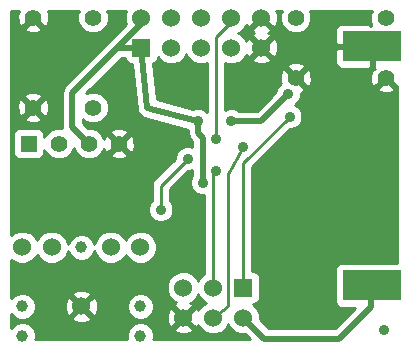
<source format=gbl>
G04 (created by PCBNEW (2013-04-19 BZR 4011)-stable) date 6/24/2013 11:27:29 PM*
%MOIN*%
G04 Gerber Fmt 3.4, Leading zero omitted, Abs format*
%FSLAX34Y34*%
G01*
G70*
G90*
G04 APERTURE LIST*
%ADD10C,0.006*%
%ADD11R,0.055X0.055*%
%ADD12C,0.055*%
%ADD13R,0.06X0.06*%
%ADD14C,0.06*%
%ADD15C,0.0393701*%
%ADD16R,0.19685X0.0984252*%
%ADD17C,0.035*%
%ADD18C,0.01*%
%ADD19C,0.02*%
G04 APERTURE END LIST*
G54D10*
G54D11*
X71850Y-42700D03*
G54D12*
X72850Y-42700D03*
X73850Y-42700D03*
X74850Y-42700D03*
G54D13*
X75600Y-39500D03*
G54D14*
X75600Y-38500D03*
X76600Y-39500D03*
X76600Y-38500D03*
X77600Y-39500D03*
X77600Y-38500D03*
X78600Y-39500D03*
X78600Y-38500D03*
X79600Y-39500D03*
X79600Y-38500D03*
G54D13*
X79000Y-47500D03*
G54D14*
X79000Y-48500D03*
X78000Y-47500D03*
X78000Y-48500D03*
X77000Y-47500D03*
X77000Y-48500D03*
G54D12*
X72000Y-38500D03*
X74000Y-38500D03*
X72000Y-41500D03*
X74000Y-41500D03*
G54D14*
X71631Y-46153D03*
X72615Y-46153D03*
X74584Y-46153D03*
X75568Y-46153D03*
X73600Y-48122D03*
G54D15*
X71631Y-48122D03*
X75568Y-48122D03*
X75568Y-49106D03*
X71631Y-49106D03*
X73600Y-46153D03*
G54D12*
X80750Y-40500D03*
X80750Y-38500D03*
X83750Y-40500D03*
X83750Y-38500D03*
G54D16*
X83300Y-47429D03*
X83300Y-39456D03*
G54D17*
X78100Y-42550D03*
X80550Y-41800D03*
X79000Y-42800D03*
X76250Y-44900D03*
X77150Y-43200D03*
X78100Y-43600D03*
X81700Y-48500D03*
X81700Y-47100D03*
X83700Y-48900D03*
X83300Y-42900D03*
X83200Y-44600D03*
X82400Y-45900D03*
X77200Y-46200D03*
X74900Y-41600D03*
X71500Y-43700D03*
X77600Y-40300D03*
X76500Y-41000D03*
X77650Y-44000D03*
X77500Y-41950D03*
X80500Y-41050D03*
X78600Y-41950D03*
G54D18*
X78600Y-38500D02*
X78600Y-38650D01*
X78100Y-39150D02*
X78100Y-42550D01*
X78600Y-38650D02*
X78100Y-39150D01*
X79000Y-43350D02*
X79000Y-47500D01*
X80550Y-41800D02*
X79000Y-43350D01*
X78000Y-48500D02*
X78500Y-48100D01*
X78500Y-43700D02*
X79000Y-42800D01*
X78500Y-48100D02*
X78500Y-43700D01*
X76250Y-44900D02*
X76250Y-44100D01*
X76250Y-44100D02*
X77150Y-43200D01*
X78000Y-43700D02*
X78000Y-47500D01*
X78100Y-43600D02*
X78000Y-43700D01*
X81700Y-48500D02*
X81700Y-47100D01*
X83200Y-45100D02*
X83200Y-44600D01*
X82400Y-45900D02*
X83200Y-45100D01*
X72000Y-41500D02*
X71300Y-42200D01*
X71300Y-43500D02*
X71500Y-43700D01*
X71300Y-42200D02*
X71300Y-43500D01*
X77200Y-40300D02*
X77600Y-40300D01*
X76500Y-41000D02*
X77200Y-40300D01*
G54D19*
X83259Y-47424D02*
X83259Y-48140D01*
X79700Y-49200D02*
X79000Y-48500D01*
X82200Y-49200D02*
X79700Y-49200D01*
X83259Y-48140D02*
X82200Y-49200D01*
X77500Y-42350D02*
X77500Y-41950D01*
X77650Y-42500D02*
X77500Y-42350D01*
X77650Y-44000D02*
X77650Y-42500D01*
X75600Y-39500D02*
X75800Y-41500D01*
X75800Y-41500D02*
X77450Y-41950D01*
X77450Y-41950D02*
X77500Y-41950D01*
X80500Y-41050D02*
X79600Y-41950D01*
X79600Y-41950D02*
X78600Y-41950D01*
X75600Y-38500D02*
X75600Y-38700D01*
X75600Y-38700D02*
X74800Y-39500D01*
X73850Y-42700D02*
X73300Y-42150D01*
X73300Y-42150D02*
X73300Y-41000D01*
X73300Y-41000D02*
X74800Y-39500D01*
X74800Y-39500D02*
X75600Y-39500D01*
G54D10*
G36*
X77800Y-41648D02*
X77741Y-41589D01*
X77584Y-41525D01*
X77415Y-41524D01*
X77336Y-41557D01*
X76123Y-41225D01*
X76004Y-40027D01*
X76041Y-40012D01*
X76111Y-39941D01*
X76149Y-39849D01*
X76149Y-39827D01*
X76288Y-39965D01*
X76490Y-40049D01*
X76708Y-40050D01*
X76911Y-39966D01*
X77065Y-39811D01*
X77099Y-39730D01*
X77133Y-39811D01*
X77288Y-39965D01*
X77490Y-40049D01*
X77708Y-40050D01*
X77800Y-40012D01*
X77800Y-41648D01*
X77800Y-41648D01*
G37*
G54D18*
X77800Y-41648D02*
X77741Y-41589D01*
X77584Y-41525D01*
X77415Y-41524D01*
X77336Y-41557D01*
X76123Y-41225D01*
X76004Y-40027D01*
X76041Y-40012D01*
X76111Y-39941D01*
X76149Y-39849D01*
X76149Y-39827D01*
X76288Y-39965D01*
X76490Y-40049D01*
X76708Y-40050D01*
X76911Y-39966D01*
X77065Y-39811D01*
X77099Y-39730D01*
X77133Y-39811D01*
X77288Y-39965D01*
X77490Y-40049D01*
X77708Y-40050D01*
X77800Y-40012D01*
X77800Y-41648D01*
G54D10*
G36*
X79235Y-49230D02*
X77315Y-49230D01*
X77315Y-48885D01*
X77000Y-48570D01*
X76929Y-48641D01*
X76929Y-48500D01*
X76614Y-48184D01*
X76518Y-48212D01*
X76445Y-48418D01*
X76456Y-48636D01*
X76518Y-48787D01*
X76614Y-48815D01*
X76929Y-48500D01*
X76929Y-48641D01*
X76684Y-48885D01*
X76712Y-48981D01*
X76918Y-49054D01*
X77136Y-49043D01*
X77287Y-48981D01*
X77315Y-48885D01*
X77315Y-49230D01*
X76000Y-49230D01*
X76015Y-49195D01*
X76015Y-49017D01*
X76015Y-48033D01*
X75947Y-47869D01*
X75821Y-47743D01*
X75657Y-47675D01*
X75480Y-47675D01*
X75315Y-47743D01*
X75189Y-47868D01*
X75121Y-48032D01*
X75121Y-48210D01*
X75189Y-48374D01*
X75315Y-48500D01*
X75479Y-48568D01*
X75656Y-48568D01*
X75821Y-48501D01*
X75947Y-48375D01*
X76015Y-48211D01*
X76015Y-48033D01*
X76015Y-49017D01*
X75947Y-48853D01*
X75821Y-48727D01*
X75657Y-48659D01*
X75480Y-48659D01*
X75315Y-48727D01*
X75189Y-48852D01*
X75121Y-49017D01*
X75121Y-49194D01*
X75136Y-49230D01*
X74154Y-49230D01*
X74154Y-48203D01*
X74143Y-47985D01*
X74081Y-47834D01*
X73985Y-47806D01*
X73915Y-47877D01*
X73915Y-47736D01*
X73887Y-47640D01*
X73681Y-47567D01*
X73463Y-47578D01*
X73312Y-47640D01*
X73284Y-47736D01*
X73600Y-48051D01*
X73915Y-47736D01*
X73915Y-47877D01*
X73670Y-48122D01*
X73985Y-48437D01*
X74081Y-48409D01*
X74154Y-48203D01*
X74154Y-49230D01*
X73915Y-49230D01*
X73915Y-48507D01*
X73600Y-48192D01*
X73529Y-48263D01*
X73529Y-48122D01*
X73214Y-47806D01*
X73118Y-47834D01*
X73045Y-48040D01*
X73056Y-48258D01*
X73118Y-48409D01*
X73214Y-48437D01*
X73529Y-48122D01*
X73529Y-48263D01*
X73284Y-48507D01*
X73312Y-48603D01*
X73518Y-48676D01*
X73736Y-48665D01*
X73887Y-48603D01*
X73915Y-48507D01*
X73915Y-49230D01*
X72063Y-49230D01*
X72078Y-49195D01*
X72078Y-49017D01*
X72010Y-48853D01*
X71884Y-48727D01*
X71720Y-48659D01*
X71543Y-48659D01*
X71378Y-48727D01*
X71269Y-48836D01*
X71269Y-48392D01*
X71378Y-48500D01*
X71542Y-48568D01*
X71719Y-48568D01*
X71884Y-48501D01*
X72010Y-48375D01*
X72078Y-48211D01*
X72078Y-48033D01*
X72010Y-47869D01*
X71884Y-47743D01*
X71720Y-47675D01*
X71543Y-47675D01*
X71378Y-47743D01*
X71269Y-47851D01*
X71269Y-46569D01*
X71319Y-46619D01*
X71521Y-46703D01*
X71740Y-46703D01*
X71942Y-46620D01*
X72097Y-46465D01*
X72123Y-46402D01*
X72149Y-46464D01*
X72303Y-46619D01*
X72505Y-46703D01*
X72724Y-46703D01*
X72926Y-46620D01*
X73081Y-46465D01*
X73163Y-46267D01*
X73220Y-46406D01*
X73346Y-46532D01*
X73510Y-46600D01*
X73688Y-46600D01*
X73852Y-46532D01*
X73978Y-46406D01*
X74036Y-46267D01*
X74117Y-46464D01*
X74272Y-46619D01*
X74474Y-46703D01*
X74693Y-46703D01*
X74895Y-46620D01*
X75050Y-46465D01*
X75076Y-46402D01*
X75101Y-46464D01*
X75256Y-46619D01*
X75458Y-46703D01*
X75677Y-46703D01*
X75879Y-46620D01*
X76034Y-46465D01*
X76118Y-46263D01*
X76118Y-46044D01*
X76035Y-45842D01*
X75880Y-45687D01*
X75678Y-45603D01*
X75459Y-45603D01*
X75379Y-45636D01*
X75379Y-42775D01*
X75368Y-42567D01*
X75310Y-42427D01*
X75217Y-42402D01*
X75147Y-42473D01*
X75147Y-42332D01*
X75122Y-42239D01*
X74925Y-42170D01*
X74717Y-42181D01*
X74577Y-42239D01*
X74552Y-42332D01*
X74850Y-42629D01*
X75147Y-42332D01*
X75147Y-42473D01*
X74920Y-42700D01*
X75217Y-42997D01*
X75310Y-42972D01*
X75379Y-42775D01*
X75379Y-45636D01*
X75257Y-45687D01*
X75147Y-45797D01*
X75147Y-43067D01*
X74850Y-42770D01*
X74552Y-43067D01*
X74577Y-43160D01*
X74774Y-43229D01*
X74982Y-43218D01*
X75122Y-43160D01*
X75147Y-43067D01*
X75147Y-45797D01*
X75102Y-45841D01*
X75076Y-45904D01*
X75050Y-45842D01*
X74896Y-45687D01*
X74694Y-45603D01*
X74475Y-45603D01*
X74273Y-45687D01*
X74118Y-45841D01*
X74036Y-46039D01*
X73979Y-45900D01*
X73853Y-45774D01*
X73689Y-45706D01*
X73511Y-45706D01*
X73347Y-45774D01*
X73221Y-45900D01*
X73163Y-46039D01*
X73082Y-45842D01*
X72927Y-45687D01*
X72725Y-45603D01*
X72506Y-45603D01*
X72304Y-45687D01*
X72149Y-45841D01*
X72123Y-45904D01*
X72098Y-45842D01*
X71943Y-45687D01*
X71741Y-45603D01*
X71522Y-45603D01*
X71320Y-45687D01*
X71269Y-45737D01*
X71269Y-38269D01*
X71524Y-38269D01*
X71470Y-38424D01*
X71481Y-38632D01*
X71539Y-38772D01*
X71632Y-38797D01*
X71929Y-38500D01*
X71923Y-38494D01*
X71994Y-38423D01*
X72000Y-38429D01*
X72005Y-38423D01*
X72076Y-38494D01*
X72070Y-38500D01*
X72367Y-38797D01*
X72460Y-38772D01*
X72529Y-38575D01*
X72518Y-38367D01*
X72478Y-38269D01*
X73527Y-38269D01*
X73475Y-38395D01*
X73474Y-38603D01*
X73554Y-38797D01*
X73702Y-38944D01*
X73895Y-39024D01*
X74103Y-39025D01*
X74297Y-38945D01*
X74444Y-38797D01*
X74524Y-38604D01*
X74525Y-38396D01*
X74472Y-38269D01*
X75100Y-38269D01*
X75050Y-38390D01*
X75049Y-38608D01*
X75092Y-38712D01*
X74552Y-39252D01*
X74552Y-39252D01*
X73052Y-40752D01*
X72976Y-40866D01*
X72950Y-41000D01*
X72950Y-42150D01*
X72955Y-42175D01*
X72954Y-42175D01*
X72746Y-42174D01*
X72553Y-42254D01*
X72529Y-42277D01*
X72529Y-41575D01*
X72518Y-41367D01*
X72460Y-41227D01*
X72367Y-41202D01*
X72297Y-41273D01*
X72297Y-41132D01*
X72297Y-38867D01*
X72000Y-38570D01*
X71702Y-38867D01*
X71727Y-38960D01*
X71924Y-39029D01*
X72132Y-39018D01*
X72272Y-38960D01*
X72297Y-38867D01*
X72297Y-41132D01*
X72272Y-41039D01*
X72075Y-40970D01*
X71867Y-40981D01*
X71727Y-41039D01*
X71702Y-41132D01*
X72000Y-41429D01*
X72297Y-41132D01*
X72297Y-41273D01*
X72070Y-41500D01*
X72367Y-41797D01*
X72460Y-41772D01*
X72529Y-41575D01*
X72529Y-42277D01*
X72405Y-42402D01*
X72375Y-42474D01*
X72375Y-42375D01*
X72337Y-42283D01*
X72297Y-42243D01*
X72297Y-41867D01*
X72000Y-41570D01*
X71929Y-41641D01*
X71929Y-41500D01*
X71632Y-41202D01*
X71539Y-41227D01*
X71470Y-41424D01*
X71481Y-41632D01*
X71539Y-41772D01*
X71632Y-41797D01*
X71929Y-41500D01*
X71929Y-41641D01*
X71702Y-41867D01*
X71727Y-41960D01*
X71924Y-42029D01*
X72132Y-42018D01*
X72272Y-41960D01*
X72297Y-41867D01*
X72297Y-42243D01*
X72266Y-42213D01*
X72174Y-42175D01*
X72075Y-42174D01*
X71525Y-42174D01*
X71433Y-42212D01*
X71363Y-42283D01*
X71325Y-42375D01*
X71324Y-42474D01*
X71324Y-43024D01*
X71362Y-43116D01*
X71433Y-43186D01*
X71525Y-43224D01*
X71624Y-43225D01*
X72174Y-43225D01*
X72266Y-43187D01*
X72336Y-43116D01*
X72374Y-43024D01*
X72375Y-42925D01*
X72375Y-42925D01*
X72404Y-42997D01*
X72552Y-43144D01*
X72745Y-43224D01*
X72953Y-43225D01*
X73147Y-43145D01*
X73294Y-42997D01*
X73350Y-42864D01*
X73404Y-42997D01*
X73552Y-43144D01*
X73745Y-43224D01*
X73953Y-43225D01*
X74147Y-43145D01*
X74294Y-42997D01*
X74347Y-42871D01*
X74389Y-42972D01*
X74482Y-42997D01*
X74779Y-42700D01*
X74482Y-42402D01*
X74389Y-42427D01*
X74350Y-42537D01*
X74295Y-42403D01*
X74147Y-42255D01*
X73954Y-42175D01*
X73819Y-42174D01*
X73650Y-42005D01*
X73650Y-41892D01*
X73702Y-41944D01*
X73895Y-42024D01*
X74103Y-42025D01*
X74297Y-41945D01*
X74444Y-41797D01*
X74524Y-41604D01*
X74525Y-41396D01*
X74445Y-41203D01*
X74297Y-41055D01*
X74104Y-40975D01*
X73896Y-40974D01*
X73766Y-41028D01*
X74944Y-39850D01*
X75050Y-39850D01*
X75087Y-39941D01*
X75158Y-40011D01*
X75250Y-40049D01*
X75303Y-40050D01*
X75451Y-41534D01*
X75453Y-41540D01*
X75452Y-41543D01*
X75468Y-41591D01*
X75491Y-41665D01*
X75494Y-41669D01*
X75495Y-41673D01*
X75530Y-41712D01*
X75577Y-41770D01*
X75582Y-41773D01*
X75585Y-41776D01*
X75635Y-41801D01*
X75698Y-41835D01*
X75703Y-41835D01*
X75707Y-41837D01*
X77150Y-42232D01*
X77150Y-42350D01*
X77176Y-42483D01*
X77252Y-42597D01*
X77300Y-42644D01*
X77300Y-42802D01*
X77234Y-42775D01*
X77065Y-42774D01*
X76909Y-42839D01*
X76789Y-42958D01*
X76725Y-43115D01*
X76724Y-43200D01*
X76037Y-43887D01*
X75972Y-43985D01*
X75950Y-44100D01*
X75950Y-44598D01*
X75889Y-44658D01*
X75825Y-44815D01*
X75824Y-44984D01*
X75889Y-45140D01*
X76008Y-45260D01*
X76165Y-45324D01*
X76334Y-45325D01*
X76490Y-45260D01*
X76610Y-45141D01*
X76674Y-44984D01*
X76675Y-44815D01*
X76610Y-44659D01*
X76550Y-44598D01*
X76550Y-44224D01*
X77149Y-43624D01*
X77234Y-43625D01*
X77300Y-43597D01*
X77300Y-43748D01*
X77289Y-43758D01*
X77225Y-43915D01*
X77224Y-44084D01*
X77289Y-44240D01*
X77408Y-44360D01*
X77565Y-44424D01*
X77700Y-44425D01*
X77700Y-47028D01*
X77688Y-47033D01*
X77534Y-47188D01*
X77500Y-47269D01*
X77466Y-47188D01*
X77311Y-47034D01*
X77109Y-46950D01*
X76891Y-46949D01*
X76688Y-47033D01*
X76534Y-47188D01*
X76450Y-47390D01*
X76449Y-47608D01*
X76533Y-47811D01*
X76688Y-47965D01*
X76763Y-47997D01*
X76712Y-48018D01*
X76684Y-48114D01*
X77000Y-48429D01*
X77315Y-48114D01*
X77287Y-48018D01*
X77232Y-47999D01*
X77311Y-47966D01*
X77465Y-47811D01*
X77499Y-47730D01*
X77533Y-47811D01*
X77688Y-47965D01*
X77769Y-47999D01*
X77688Y-48033D01*
X77534Y-48188D01*
X77502Y-48263D01*
X77481Y-48212D01*
X77385Y-48184D01*
X77070Y-48500D01*
X77385Y-48815D01*
X77481Y-48787D01*
X77500Y-48732D01*
X77533Y-48811D01*
X77688Y-48965D01*
X77890Y-49049D01*
X78108Y-49050D01*
X78311Y-48966D01*
X78465Y-48811D01*
X78499Y-48730D01*
X78533Y-48811D01*
X78688Y-48965D01*
X78890Y-49049D01*
X79055Y-49050D01*
X79235Y-49230D01*
X79235Y-49230D01*
G37*
G54D18*
X79235Y-49230D02*
X77315Y-49230D01*
X77315Y-48885D01*
X77000Y-48570D01*
X76929Y-48641D01*
X76929Y-48500D01*
X76614Y-48184D01*
X76518Y-48212D01*
X76445Y-48418D01*
X76456Y-48636D01*
X76518Y-48787D01*
X76614Y-48815D01*
X76929Y-48500D01*
X76929Y-48641D01*
X76684Y-48885D01*
X76712Y-48981D01*
X76918Y-49054D01*
X77136Y-49043D01*
X77287Y-48981D01*
X77315Y-48885D01*
X77315Y-49230D01*
X76000Y-49230D01*
X76015Y-49195D01*
X76015Y-49017D01*
X76015Y-48033D01*
X75947Y-47869D01*
X75821Y-47743D01*
X75657Y-47675D01*
X75480Y-47675D01*
X75315Y-47743D01*
X75189Y-47868D01*
X75121Y-48032D01*
X75121Y-48210D01*
X75189Y-48374D01*
X75315Y-48500D01*
X75479Y-48568D01*
X75656Y-48568D01*
X75821Y-48501D01*
X75947Y-48375D01*
X76015Y-48211D01*
X76015Y-48033D01*
X76015Y-49017D01*
X75947Y-48853D01*
X75821Y-48727D01*
X75657Y-48659D01*
X75480Y-48659D01*
X75315Y-48727D01*
X75189Y-48852D01*
X75121Y-49017D01*
X75121Y-49194D01*
X75136Y-49230D01*
X74154Y-49230D01*
X74154Y-48203D01*
X74143Y-47985D01*
X74081Y-47834D01*
X73985Y-47806D01*
X73915Y-47877D01*
X73915Y-47736D01*
X73887Y-47640D01*
X73681Y-47567D01*
X73463Y-47578D01*
X73312Y-47640D01*
X73284Y-47736D01*
X73600Y-48051D01*
X73915Y-47736D01*
X73915Y-47877D01*
X73670Y-48122D01*
X73985Y-48437D01*
X74081Y-48409D01*
X74154Y-48203D01*
X74154Y-49230D01*
X73915Y-49230D01*
X73915Y-48507D01*
X73600Y-48192D01*
X73529Y-48263D01*
X73529Y-48122D01*
X73214Y-47806D01*
X73118Y-47834D01*
X73045Y-48040D01*
X73056Y-48258D01*
X73118Y-48409D01*
X73214Y-48437D01*
X73529Y-48122D01*
X73529Y-48263D01*
X73284Y-48507D01*
X73312Y-48603D01*
X73518Y-48676D01*
X73736Y-48665D01*
X73887Y-48603D01*
X73915Y-48507D01*
X73915Y-49230D01*
X72063Y-49230D01*
X72078Y-49195D01*
X72078Y-49017D01*
X72010Y-48853D01*
X71884Y-48727D01*
X71720Y-48659D01*
X71543Y-48659D01*
X71378Y-48727D01*
X71269Y-48836D01*
X71269Y-48392D01*
X71378Y-48500D01*
X71542Y-48568D01*
X71719Y-48568D01*
X71884Y-48501D01*
X72010Y-48375D01*
X72078Y-48211D01*
X72078Y-48033D01*
X72010Y-47869D01*
X71884Y-47743D01*
X71720Y-47675D01*
X71543Y-47675D01*
X71378Y-47743D01*
X71269Y-47851D01*
X71269Y-46569D01*
X71319Y-46619D01*
X71521Y-46703D01*
X71740Y-46703D01*
X71942Y-46620D01*
X72097Y-46465D01*
X72123Y-46402D01*
X72149Y-46464D01*
X72303Y-46619D01*
X72505Y-46703D01*
X72724Y-46703D01*
X72926Y-46620D01*
X73081Y-46465D01*
X73163Y-46267D01*
X73220Y-46406D01*
X73346Y-46532D01*
X73510Y-46600D01*
X73688Y-46600D01*
X73852Y-46532D01*
X73978Y-46406D01*
X74036Y-46267D01*
X74117Y-46464D01*
X74272Y-46619D01*
X74474Y-46703D01*
X74693Y-46703D01*
X74895Y-46620D01*
X75050Y-46465D01*
X75076Y-46402D01*
X75101Y-46464D01*
X75256Y-46619D01*
X75458Y-46703D01*
X75677Y-46703D01*
X75879Y-46620D01*
X76034Y-46465D01*
X76118Y-46263D01*
X76118Y-46044D01*
X76035Y-45842D01*
X75880Y-45687D01*
X75678Y-45603D01*
X75459Y-45603D01*
X75379Y-45636D01*
X75379Y-42775D01*
X75368Y-42567D01*
X75310Y-42427D01*
X75217Y-42402D01*
X75147Y-42473D01*
X75147Y-42332D01*
X75122Y-42239D01*
X74925Y-42170D01*
X74717Y-42181D01*
X74577Y-42239D01*
X74552Y-42332D01*
X74850Y-42629D01*
X75147Y-42332D01*
X75147Y-42473D01*
X74920Y-42700D01*
X75217Y-42997D01*
X75310Y-42972D01*
X75379Y-42775D01*
X75379Y-45636D01*
X75257Y-45687D01*
X75147Y-45797D01*
X75147Y-43067D01*
X74850Y-42770D01*
X74552Y-43067D01*
X74577Y-43160D01*
X74774Y-43229D01*
X74982Y-43218D01*
X75122Y-43160D01*
X75147Y-43067D01*
X75147Y-45797D01*
X75102Y-45841D01*
X75076Y-45904D01*
X75050Y-45842D01*
X74896Y-45687D01*
X74694Y-45603D01*
X74475Y-45603D01*
X74273Y-45687D01*
X74118Y-45841D01*
X74036Y-46039D01*
X73979Y-45900D01*
X73853Y-45774D01*
X73689Y-45706D01*
X73511Y-45706D01*
X73347Y-45774D01*
X73221Y-45900D01*
X73163Y-46039D01*
X73082Y-45842D01*
X72927Y-45687D01*
X72725Y-45603D01*
X72506Y-45603D01*
X72304Y-45687D01*
X72149Y-45841D01*
X72123Y-45904D01*
X72098Y-45842D01*
X71943Y-45687D01*
X71741Y-45603D01*
X71522Y-45603D01*
X71320Y-45687D01*
X71269Y-45737D01*
X71269Y-38269D01*
X71524Y-38269D01*
X71470Y-38424D01*
X71481Y-38632D01*
X71539Y-38772D01*
X71632Y-38797D01*
X71929Y-38500D01*
X71923Y-38494D01*
X71994Y-38423D01*
X72000Y-38429D01*
X72005Y-38423D01*
X72076Y-38494D01*
X72070Y-38500D01*
X72367Y-38797D01*
X72460Y-38772D01*
X72529Y-38575D01*
X72518Y-38367D01*
X72478Y-38269D01*
X73527Y-38269D01*
X73475Y-38395D01*
X73474Y-38603D01*
X73554Y-38797D01*
X73702Y-38944D01*
X73895Y-39024D01*
X74103Y-39025D01*
X74297Y-38945D01*
X74444Y-38797D01*
X74524Y-38604D01*
X74525Y-38396D01*
X74472Y-38269D01*
X75100Y-38269D01*
X75050Y-38390D01*
X75049Y-38608D01*
X75092Y-38712D01*
X74552Y-39252D01*
X74552Y-39252D01*
X73052Y-40752D01*
X72976Y-40866D01*
X72950Y-41000D01*
X72950Y-42150D01*
X72955Y-42175D01*
X72954Y-42175D01*
X72746Y-42174D01*
X72553Y-42254D01*
X72529Y-42277D01*
X72529Y-41575D01*
X72518Y-41367D01*
X72460Y-41227D01*
X72367Y-41202D01*
X72297Y-41273D01*
X72297Y-41132D01*
X72297Y-38867D01*
X72000Y-38570D01*
X71702Y-38867D01*
X71727Y-38960D01*
X71924Y-39029D01*
X72132Y-39018D01*
X72272Y-38960D01*
X72297Y-38867D01*
X72297Y-41132D01*
X72272Y-41039D01*
X72075Y-40970D01*
X71867Y-40981D01*
X71727Y-41039D01*
X71702Y-41132D01*
X72000Y-41429D01*
X72297Y-41132D01*
X72297Y-41273D01*
X72070Y-41500D01*
X72367Y-41797D01*
X72460Y-41772D01*
X72529Y-41575D01*
X72529Y-42277D01*
X72405Y-42402D01*
X72375Y-42474D01*
X72375Y-42375D01*
X72337Y-42283D01*
X72297Y-42243D01*
X72297Y-41867D01*
X72000Y-41570D01*
X71929Y-41641D01*
X71929Y-41500D01*
X71632Y-41202D01*
X71539Y-41227D01*
X71470Y-41424D01*
X71481Y-41632D01*
X71539Y-41772D01*
X71632Y-41797D01*
X71929Y-41500D01*
X71929Y-41641D01*
X71702Y-41867D01*
X71727Y-41960D01*
X71924Y-42029D01*
X72132Y-42018D01*
X72272Y-41960D01*
X72297Y-41867D01*
X72297Y-42243D01*
X72266Y-42213D01*
X72174Y-42175D01*
X72075Y-42174D01*
X71525Y-42174D01*
X71433Y-42212D01*
X71363Y-42283D01*
X71325Y-42375D01*
X71324Y-42474D01*
X71324Y-43024D01*
X71362Y-43116D01*
X71433Y-43186D01*
X71525Y-43224D01*
X71624Y-43225D01*
X72174Y-43225D01*
X72266Y-43187D01*
X72336Y-43116D01*
X72374Y-43024D01*
X72375Y-42925D01*
X72375Y-42925D01*
X72404Y-42997D01*
X72552Y-43144D01*
X72745Y-43224D01*
X72953Y-43225D01*
X73147Y-43145D01*
X73294Y-42997D01*
X73350Y-42864D01*
X73404Y-42997D01*
X73552Y-43144D01*
X73745Y-43224D01*
X73953Y-43225D01*
X74147Y-43145D01*
X74294Y-42997D01*
X74347Y-42871D01*
X74389Y-42972D01*
X74482Y-42997D01*
X74779Y-42700D01*
X74482Y-42402D01*
X74389Y-42427D01*
X74350Y-42537D01*
X74295Y-42403D01*
X74147Y-42255D01*
X73954Y-42175D01*
X73819Y-42174D01*
X73650Y-42005D01*
X73650Y-41892D01*
X73702Y-41944D01*
X73895Y-42024D01*
X74103Y-42025D01*
X74297Y-41945D01*
X74444Y-41797D01*
X74524Y-41604D01*
X74525Y-41396D01*
X74445Y-41203D01*
X74297Y-41055D01*
X74104Y-40975D01*
X73896Y-40974D01*
X73766Y-41028D01*
X74944Y-39850D01*
X75050Y-39850D01*
X75087Y-39941D01*
X75158Y-40011D01*
X75250Y-40049D01*
X75303Y-40050D01*
X75451Y-41534D01*
X75453Y-41540D01*
X75452Y-41543D01*
X75468Y-41591D01*
X75491Y-41665D01*
X75494Y-41669D01*
X75495Y-41673D01*
X75530Y-41712D01*
X75577Y-41770D01*
X75582Y-41773D01*
X75585Y-41776D01*
X75635Y-41801D01*
X75698Y-41835D01*
X75703Y-41835D01*
X75707Y-41837D01*
X77150Y-42232D01*
X77150Y-42350D01*
X77176Y-42483D01*
X77252Y-42597D01*
X77300Y-42644D01*
X77300Y-42802D01*
X77234Y-42775D01*
X77065Y-42774D01*
X76909Y-42839D01*
X76789Y-42958D01*
X76725Y-43115D01*
X76724Y-43200D01*
X76037Y-43887D01*
X75972Y-43985D01*
X75950Y-44100D01*
X75950Y-44598D01*
X75889Y-44658D01*
X75825Y-44815D01*
X75824Y-44984D01*
X75889Y-45140D01*
X76008Y-45260D01*
X76165Y-45324D01*
X76334Y-45325D01*
X76490Y-45260D01*
X76610Y-45141D01*
X76674Y-44984D01*
X76675Y-44815D01*
X76610Y-44659D01*
X76550Y-44598D01*
X76550Y-44224D01*
X77149Y-43624D01*
X77234Y-43625D01*
X77300Y-43597D01*
X77300Y-43748D01*
X77289Y-43758D01*
X77225Y-43915D01*
X77224Y-44084D01*
X77289Y-44240D01*
X77408Y-44360D01*
X77565Y-44424D01*
X77700Y-44425D01*
X77700Y-47028D01*
X77688Y-47033D01*
X77534Y-47188D01*
X77500Y-47269D01*
X77466Y-47188D01*
X77311Y-47034D01*
X77109Y-46950D01*
X76891Y-46949D01*
X76688Y-47033D01*
X76534Y-47188D01*
X76450Y-47390D01*
X76449Y-47608D01*
X76533Y-47811D01*
X76688Y-47965D01*
X76763Y-47997D01*
X76712Y-48018D01*
X76684Y-48114D01*
X77000Y-48429D01*
X77315Y-48114D01*
X77287Y-48018D01*
X77232Y-47999D01*
X77311Y-47966D01*
X77465Y-47811D01*
X77499Y-47730D01*
X77533Y-47811D01*
X77688Y-47965D01*
X77769Y-47999D01*
X77688Y-48033D01*
X77534Y-48188D01*
X77502Y-48263D01*
X77481Y-48212D01*
X77385Y-48184D01*
X77070Y-48500D01*
X77385Y-48815D01*
X77481Y-48787D01*
X77500Y-48732D01*
X77533Y-48811D01*
X77688Y-48965D01*
X77890Y-49049D01*
X78108Y-49050D01*
X78311Y-48966D01*
X78465Y-48811D01*
X78499Y-48730D01*
X78533Y-48811D01*
X78688Y-48965D01*
X78890Y-49049D01*
X79055Y-49050D01*
X79235Y-49230D01*
G54D10*
G36*
X84130Y-46686D02*
X84047Y-46686D01*
X84047Y-40867D01*
X83750Y-40570D01*
X83679Y-40641D01*
X83452Y-40867D01*
X83477Y-40960D01*
X83674Y-41029D01*
X83882Y-41018D01*
X84022Y-40960D01*
X84047Y-40867D01*
X84047Y-46686D01*
X82266Y-46686D01*
X82174Y-46724D01*
X82103Y-46795D01*
X82065Y-46887D01*
X82065Y-46986D01*
X82065Y-47970D01*
X82103Y-48062D01*
X82173Y-48133D01*
X82265Y-48171D01*
X82365Y-48171D01*
X82733Y-48171D01*
X82055Y-48850D01*
X81279Y-48850D01*
X81279Y-40575D01*
X81268Y-40367D01*
X81210Y-40227D01*
X81117Y-40202D01*
X81047Y-40273D01*
X81047Y-40132D01*
X81022Y-40039D01*
X80825Y-39970D01*
X80617Y-39981D01*
X80477Y-40039D01*
X80452Y-40132D01*
X80750Y-40429D01*
X81047Y-40132D01*
X81047Y-40273D01*
X80820Y-40500D01*
X81117Y-40797D01*
X81210Y-40772D01*
X81279Y-40575D01*
X81279Y-48850D01*
X79844Y-48850D01*
X79549Y-48554D01*
X79550Y-48391D01*
X79466Y-48188D01*
X79327Y-48050D01*
X79349Y-48050D01*
X79441Y-48012D01*
X79511Y-47941D01*
X79549Y-47849D01*
X79550Y-47750D01*
X79550Y-47150D01*
X79512Y-47058D01*
X79441Y-46988D01*
X79349Y-46950D01*
X79300Y-46950D01*
X79300Y-43474D01*
X80549Y-42224D01*
X80634Y-42225D01*
X80790Y-42160D01*
X80910Y-42041D01*
X80974Y-41884D01*
X80975Y-41715D01*
X80910Y-41559D01*
X80791Y-41439D01*
X80730Y-41414D01*
X80740Y-41410D01*
X80860Y-41291D01*
X80924Y-41134D01*
X80925Y-41001D01*
X81022Y-40960D01*
X81047Y-40867D01*
X80750Y-40570D01*
X80744Y-40576D01*
X80673Y-40505D01*
X80679Y-40500D01*
X80382Y-40202D01*
X80289Y-40227D01*
X80220Y-40424D01*
X80231Y-40632D01*
X80256Y-40692D01*
X80154Y-40794D01*
X80154Y-39581D01*
X80143Y-39363D01*
X80081Y-39212D01*
X79985Y-39184D01*
X79915Y-39255D01*
X79915Y-39114D01*
X79887Y-39018D01*
X79839Y-39001D01*
X79887Y-38981D01*
X79915Y-38885D01*
X79600Y-38570D01*
X79284Y-38885D01*
X79312Y-38981D01*
X79360Y-38998D01*
X79312Y-39018D01*
X79284Y-39114D01*
X79600Y-39429D01*
X79915Y-39114D01*
X79915Y-39255D01*
X79670Y-39500D01*
X79985Y-39815D01*
X80081Y-39787D01*
X80154Y-39581D01*
X80154Y-40794D01*
X80139Y-40808D01*
X80075Y-40965D01*
X80075Y-40979D01*
X79915Y-41139D01*
X79915Y-39885D01*
X79600Y-39570D01*
X79284Y-39885D01*
X79312Y-39981D01*
X79518Y-40054D01*
X79736Y-40043D01*
X79887Y-39981D01*
X79915Y-39885D01*
X79915Y-41139D01*
X79455Y-41600D01*
X78851Y-41600D01*
X78841Y-41589D01*
X78684Y-41525D01*
X78515Y-41524D01*
X78400Y-41572D01*
X78400Y-40012D01*
X78490Y-40049D01*
X78708Y-40050D01*
X78911Y-39966D01*
X79065Y-39811D01*
X79097Y-39736D01*
X79118Y-39787D01*
X79214Y-39815D01*
X79529Y-39500D01*
X79214Y-39184D01*
X79118Y-39212D01*
X79099Y-39267D01*
X79066Y-39188D01*
X78911Y-39034D01*
X78830Y-39000D01*
X78911Y-38966D01*
X79065Y-38811D01*
X79097Y-38736D01*
X79118Y-38787D01*
X79214Y-38815D01*
X79529Y-38500D01*
X79523Y-38494D01*
X79594Y-38423D01*
X79600Y-38429D01*
X79605Y-38423D01*
X79676Y-38494D01*
X79670Y-38500D01*
X79985Y-38815D01*
X80081Y-38787D01*
X80154Y-38581D01*
X80143Y-38363D01*
X80105Y-38269D01*
X80277Y-38269D01*
X80225Y-38395D01*
X80224Y-38603D01*
X80304Y-38797D01*
X80452Y-38944D01*
X80645Y-39024D01*
X80853Y-39025D01*
X81047Y-38945D01*
X81194Y-38797D01*
X81274Y-38604D01*
X81275Y-38396D01*
X81222Y-38269D01*
X83277Y-38269D01*
X83225Y-38395D01*
X83224Y-38603D01*
X83270Y-38714D01*
X83249Y-38714D01*
X83249Y-38777D01*
X83187Y-38714D01*
X82266Y-38714D01*
X82174Y-38752D01*
X82103Y-38822D01*
X82065Y-38914D01*
X82065Y-39014D01*
X82065Y-39344D01*
X82128Y-39406D01*
X83250Y-39406D01*
X83250Y-39398D01*
X83350Y-39398D01*
X83350Y-39406D01*
X83357Y-39406D01*
X83357Y-39506D01*
X83350Y-39506D01*
X83350Y-40136D01*
X83354Y-40140D01*
X83336Y-40157D01*
X83382Y-40202D01*
X83289Y-40227D01*
X83250Y-40339D01*
X83250Y-40136D01*
X83250Y-39506D01*
X82128Y-39506D01*
X82065Y-39569D01*
X82065Y-39899D01*
X82065Y-39998D01*
X82103Y-40090D01*
X82174Y-40160D01*
X82266Y-40198D01*
X83187Y-40198D01*
X83250Y-40136D01*
X83250Y-40339D01*
X83220Y-40424D01*
X83231Y-40632D01*
X83289Y-40772D01*
X83382Y-40797D01*
X83679Y-40500D01*
X83673Y-40494D01*
X83744Y-40423D01*
X83750Y-40429D01*
X83755Y-40423D01*
X83826Y-40494D01*
X83820Y-40500D01*
X84117Y-40797D01*
X84130Y-40793D01*
X84130Y-46686D01*
X84130Y-46686D01*
G37*
G54D18*
X84130Y-46686D02*
X84047Y-46686D01*
X84047Y-40867D01*
X83750Y-40570D01*
X83679Y-40641D01*
X83452Y-40867D01*
X83477Y-40960D01*
X83674Y-41029D01*
X83882Y-41018D01*
X84022Y-40960D01*
X84047Y-40867D01*
X84047Y-46686D01*
X82266Y-46686D01*
X82174Y-46724D01*
X82103Y-46795D01*
X82065Y-46887D01*
X82065Y-46986D01*
X82065Y-47970D01*
X82103Y-48062D01*
X82173Y-48133D01*
X82265Y-48171D01*
X82365Y-48171D01*
X82733Y-48171D01*
X82055Y-48850D01*
X81279Y-48850D01*
X81279Y-40575D01*
X81268Y-40367D01*
X81210Y-40227D01*
X81117Y-40202D01*
X81047Y-40273D01*
X81047Y-40132D01*
X81022Y-40039D01*
X80825Y-39970D01*
X80617Y-39981D01*
X80477Y-40039D01*
X80452Y-40132D01*
X80750Y-40429D01*
X81047Y-40132D01*
X81047Y-40273D01*
X80820Y-40500D01*
X81117Y-40797D01*
X81210Y-40772D01*
X81279Y-40575D01*
X81279Y-48850D01*
X79844Y-48850D01*
X79549Y-48554D01*
X79550Y-48391D01*
X79466Y-48188D01*
X79327Y-48050D01*
X79349Y-48050D01*
X79441Y-48012D01*
X79511Y-47941D01*
X79549Y-47849D01*
X79550Y-47750D01*
X79550Y-47150D01*
X79512Y-47058D01*
X79441Y-46988D01*
X79349Y-46950D01*
X79300Y-46950D01*
X79300Y-43474D01*
X80549Y-42224D01*
X80634Y-42225D01*
X80790Y-42160D01*
X80910Y-42041D01*
X80974Y-41884D01*
X80975Y-41715D01*
X80910Y-41559D01*
X80791Y-41439D01*
X80730Y-41414D01*
X80740Y-41410D01*
X80860Y-41291D01*
X80924Y-41134D01*
X80925Y-41001D01*
X81022Y-40960D01*
X81047Y-40867D01*
X80750Y-40570D01*
X80744Y-40576D01*
X80673Y-40505D01*
X80679Y-40500D01*
X80382Y-40202D01*
X80289Y-40227D01*
X80220Y-40424D01*
X80231Y-40632D01*
X80256Y-40692D01*
X80154Y-40794D01*
X80154Y-39581D01*
X80143Y-39363D01*
X80081Y-39212D01*
X79985Y-39184D01*
X79915Y-39255D01*
X79915Y-39114D01*
X79887Y-39018D01*
X79839Y-39001D01*
X79887Y-38981D01*
X79915Y-38885D01*
X79600Y-38570D01*
X79284Y-38885D01*
X79312Y-38981D01*
X79360Y-38998D01*
X79312Y-39018D01*
X79284Y-39114D01*
X79600Y-39429D01*
X79915Y-39114D01*
X79915Y-39255D01*
X79670Y-39500D01*
X79985Y-39815D01*
X80081Y-39787D01*
X80154Y-39581D01*
X80154Y-40794D01*
X80139Y-40808D01*
X80075Y-40965D01*
X80075Y-40979D01*
X79915Y-41139D01*
X79915Y-39885D01*
X79600Y-39570D01*
X79284Y-39885D01*
X79312Y-39981D01*
X79518Y-40054D01*
X79736Y-40043D01*
X79887Y-39981D01*
X79915Y-39885D01*
X79915Y-41139D01*
X79455Y-41600D01*
X78851Y-41600D01*
X78841Y-41589D01*
X78684Y-41525D01*
X78515Y-41524D01*
X78400Y-41572D01*
X78400Y-40012D01*
X78490Y-40049D01*
X78708Y-40050D01*
X78911Y-39966D01*
X79065Y-39811D01*
X79097Y-39736D01*
X79118Y-39787D01*
X79214Y-39815D01*
X79529Y-39500D01*
X79214Y-39184D01*
X79118Y-39212D01*
X79099Y-39267D01*
X79066Y-39188D01*
X78911Y-39034D01*
X78830Y-39000D01*
X78911Y-38966D01*
X79065Y-38811D01*
X79097Y-38736D01*
X79118Y-38787D01*
X79214Y-38815D01*
X79529Y-38500D01*
X79523Y-38494D01*
X79594Y-38423D01*
X79600Y-38429D01*
X79605Y-38423D01*
X79676Y-38494D01*
X79670Y-38500D01*
X79985Y-38815D01*
X80081Y-38787D01*
X80154Y-38581D01*
X80143Y-38363D01*
X80105Y-38269D01*
X80277Y-38269D01*
X80225Y-38395D01*
X80224Y-38603D01*
X80304Y-38797D01*
X80452Y-38944D01*
X80645Y-39024D01*
X80853Y-39025D01*
X81047Y-38945D01*
X81194Y-38797D01*
X81274Y-38604D01*
X81275Y-38396D01*
X81222Y-38269D01*
X83277Y-38269D01*
X83225Y-38395D01*
X83224Y-38603D01*
X83270Y-38714D01*
X83249Y-38714D01*
X83249Y-38777D01*
X83187Y-38714D01*
X82266Y-38714D01*
X82174Y-38752D01*
X82103Y-38822D01*
X82065Y-38914D01*
X82065Y-39014D01*
X82065Y-39344D01*
X82128Y-39406D01*
X83250Y-39406D01*
X83250Y-39398D01*
X83350Y-39398D01*
X83350Y-39406D01*
X83357Y-39406D01*
X83357Y-39506D01*
X83350Y-39506D01*
X83350Y-40136D01*
X83354Y-40140D01*
X83336Y-40157D01*
X83382Y-40202D01*
X83289Y-40227D01*
X83250Y-40339D01*
X83250Y-40136D01*
X83250Y-39506D01*
X82128Y-39506D01*
X82065Y-39569D01*
X82065Y-39899D01*
X82065Y-39998D01*
X82103Y-40090D01*
X82174Y-40160D01*
X82266Y-40198D01*
X83187Y-40198D01*
X83250Y-40136D01*
X83250Y-40339D01*
X83220Y-40424D01*
X83231Y-40632D01*
X83289Y-40772D01*
X83382Y-40797D01*
X83679Y-40500D01*
X83673Y-40494D01*
X83744Y-40423D01*
X83750Y-40429D01*
X83755Y-40423D01*
X83826Y-40494D01*
X83820Y-40500D01*
X84117Y-40797D01*
X84130Y-40793D01*
X84130Y-46686D01*
M02*

</source>
